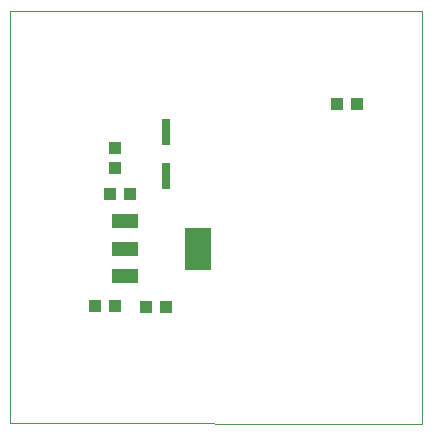
<source format=gbp>
G75*
%MOIN*%
%OFA0B0*%
%FSLAX25Y25*%
%IPPOS*%
%LPD*%
%AMOC8*
5,1,8,0,0,1.08239X$1,22.5*
%
%ADD10C,0.00000*%
%ADD11R,0.08800X0.04800*%
%ADD12R,0.08661X0.14173*%
%ADD13R,0.04331X0.03937*%
%ADD14R,0.02559X0.08661*%
%ADD15R,0.03937X0.04331*%
D10*
X0010658Y0015028D02*
X0010619Y0152587D01*
X0147942Y0152587D01*
X0147942Y0014871D01*
X0010658Y0015028D01*
D11*
X0048734Y0064157D03*
X0048734Y0073257D03*
X0048734Y0082357D03*
D12*
X0073135Y0073257D03*
D13*
X0062587Y0053847D03*
X0055894Y0053847D03*
X0045658Y0054162D03*
X0038965Y0054162D03*
X0043690Y0091564D03*
X0050383Y0091564D03*
X0119517Y0121564D03*
X0126209Y0121564D03*
D14*
X0062509Y0111957D03*
X0062509Y0097391D03*
D15*
X0045461Y0100028D03*
X0045461Y0106721D03*
M02*

</source>
